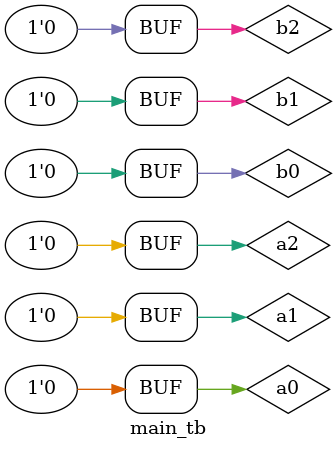
<source format=v>
`include "Pasebani_Masoume_99243022_main.v"

module main_tb(); 

  reg a0,a1,a2,b0,b1,b2;
  wire p0,p1,p2,p3,p4,p5;

  main test(p0,p1,p2,p3,p4,p5,a0,a1,a2,b0,b1,b2);
  initial begin
    a0=0;
    a1=0;
    a2=0;
    b0=0;
    b1=0;
    b2=0;
    #30;
    a0=1;
    #30;
    b0=1;
    #30;
    a0=0;
    a1=1;
    #30;
    b0=0;
    b1=1;
    #30;
    a1=0;
    a2=1;
    #30;
    b0=1;
    b1=0;
    #30;
    a0=1;
    a1=1;
    a2=0;
    #30;
    b1=1;
    #30;
    a2=1;
    #30;
    b2=1;
    #30;
    a0=0;
    #30;
    b0=0;
    #30;
    a0=1;
    b0=1;
    a1=0;
    b1=0;
    #30;
    a0=0;
    b0=0;
    a2=0;
    b2=0;
    #30;

    
  end
 
endmodule

</source>
